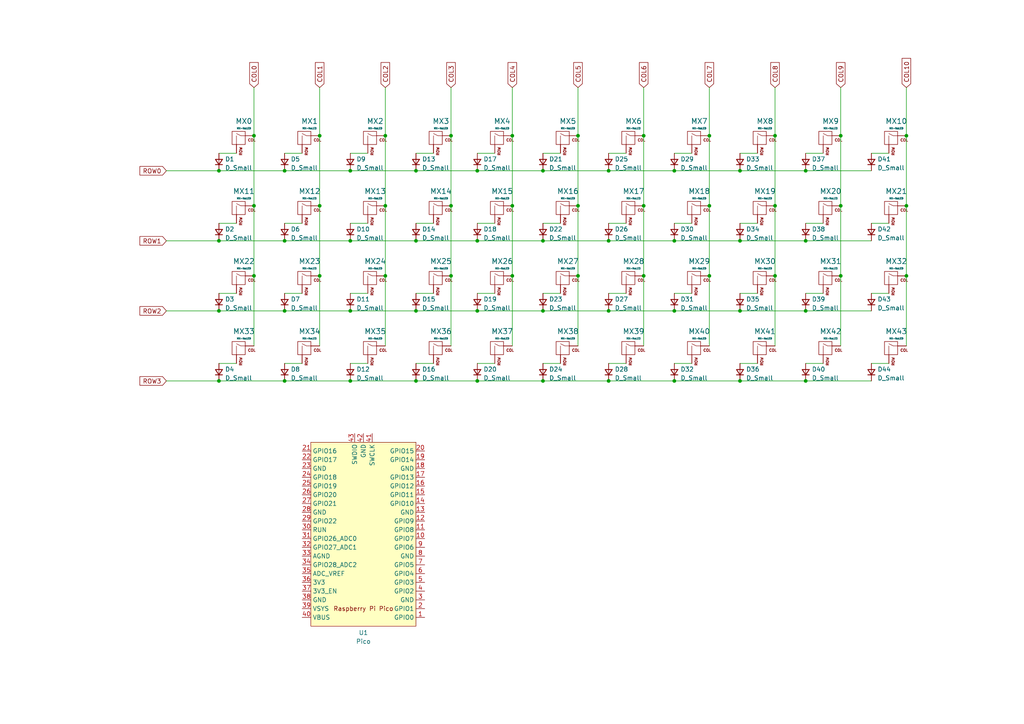
<source format=kicad_sch>
(kicad_sch (version 20211123) (generator eeschema)
  (paper "A4")
  (lib_symbols
    (symbol "Device:D_Small" (pin_numbers hide) (pin_names (offset 0.254) hide)
      (property "Reference" "D" (at -1.27 2.032 0))
      (property "Value" "D_Small" (at -3.81 -2.032 0))
      (symbol "D_Small_0_1"
        (polyline (pts (xy -0.762 -1.016) (xy -0.762 1.016)) (stroke (width 0.254)))
        (polyline (pts (xy -0.762 0) (xy 0.762 0)))
        (polyline (pts (xy 0.762 -1.016) (xy -0.762 0) (xy 0.762 1.016) (xy 0.762 -1.016)) (stroke (width 0.254)))
      )
      (symbol "D_Small_1_1"
        (pin passive line (at -2.54 0 0) (length 1.778) (name "K") (number "1"))
        (pin passive line (at 2.54 0 180) (length 1.778) (name "A") (number "2"))
      )
    )
    (symbol "MCU_RaspberryPi_and_Boards:Pico"
      (property "Reference" "U" (at -13.97 27.94 0))
      (property "Value" "Pico" (at 0 19.05 0))
      (symbol "Pico_0_0"
        (text "Raspberry Pi Pico" (at 0 21.59 0) (effects (font (size 1.27 1.27))))
      )
      (symbol "Pico_0_1"
        (rectangle (start -15.24 26.67) (end 15.24 -26.67) (fill (type background)))
      )
      (symbol "Pico_1_1"
        (pin bidirectional line (at -17.78 24.13 0) (length 2.54) (name "GPIO0") (number "1"))
        (pin bidirectional line (at -17.78 1.27 0) (length 2.54) (name "GPIO7") (number "10"))
        (pin bidirectional line (at -17.78 -1.27 0) (length 2.54) (name "GPIO8") (number "11"))
        (pin bidirectional line (at -17.78 -3.81 0) (length 2.54) (name "GPIO9") (number "12"))
        (pin power_in line (at -17.78 -6.35 0) (length 2.54) (name "GND") (number "13"))
        (pin bidirectional line (at -17.78 -8.89 0) (length 2.54) (name "GPIO10") (number "14"))
        (pin bidirectional line (at -17.78 -11.43 0) (length 2.54) (name "GPIO11") (number "15"))
        (pin bidirectional line (at -17.78 -13.97 0) (length 2.54) (name "GPIO12") (number "16"))
        (pin bidirectional line (at -17.78 -16.51 0) (length 2.54) (name "GPIO13") (number "17"))
        (pin power_in line (at -17.78 -19.05 0) (length 2.54) (name "GND") (number "18"))
        (pin bidirectional line (at -17.78 -21.59 0) (length 2.54) (name "GPIO14") (number "19"))
        (pin bidirectional line (at -17.78 21.59 0) (length 2.54) (name "GPIO1") (number "2"))
        (pin bidirectional line (at -17.78 -24.13 0) (length 2.54) (name "GPIO15") (number "20"))
        (pin bidirectional line (at 17.78 -24.13 180) (length 2.54) (name "GPIO16") (number "21"))
        (pin bidirectional line (at 17.78 -21.59 180) (length 2.54) (name "GPIO17") (number "22"))
        (pin power_in line (at 17.78 -19.05 180) (length 2.54) (name "GND") (number "23"))
        (pin bidirectional line (at 17.78 -16.51 180) (length 2.54) (name "GPIO18") (number "24"))
        (pin bidirectional line (at 17.78 -13.97 180) (length 2.54) (name "GPIO19") (number "25"))
        (pin bidirectional line (at 17.78 -11.43 180) (length 2.54) (name "GPIO20") (number "26"))
        (pin bidirectional line (at 17.78 -8.89 180) (length 2.54) (name "GPIO21") (number "27"))
        (pin power_in line (at 17.78 -6.35 180) (length 2.54) (name "GND") (number "28"))
        (pin bidirectional line (at 17.78 -3.81 180) (length 2.54) (name "GPIO22") (number "29"))
        (pin power_in line (at -17.78 19.05 0) (length 2.54) (name "GND") (number "3"))
        (pin input line (at 17.78 -1.27 180) (length 2.54) (name "RUN") (number "30"))
        (pin bidirectional line (at 17.78 1.27 180) (length 2.54) (name "GPIO26_ADC0") (number "31"))
        (pin bidirectional line (at 17.78 3.81 180) (length 2.54) (name "GPIO27_ADC1") (number "32"))
        (pin power_in line (at 17.78 6.35 180) (length 2.54) (name "AGND") (number "33"))
        (pin bidirectional line (at 17.78 8.89 180) (length 2.54) (name "GPIO28_ADC2") (number "34"))
        (pin power_in line (at 17.78 11.43 180) (length 2.54) (name "ADC_VREF") (number "35"))
        (pin power_in line (at 17.78 13.97 180) (length 2.54) (name "3V3") (number "36"))
        (pin input line (at 17.78 16.51 180) (length 2.54) (name "3V3_EN") (number "37"))
        (pin bidirectional line (at 17.78 19.05 180) (length 2.54) (name "GND") (number "38"))
        (pin power_in line (at 17.78 21.59 180) (length 2.54) (name "VSYS") (number "39"))
        (pin bidirectional line (at -17.78 16.51 0) (length 2.54) (name "GPIO2") (number "4"))
        (pin power_in line (at 17.78 24.13 180) (length 2.54) (name "VBUS") (number "40"))
        (pin input line (at -2.54 -29.21 90) (length 2.54) (name "SWCLK") (number "41"))
        (pin power_in line (at 0 -29.21 90) (length 2.54) (name "GND") (number "42"))
        (pin bidirectional line (at 2.54 -29.21 90) (length 2.54) (name "SWDIO") (number "43"))
        (pin bidirectional line (at -17.78 13.97 0) (length 2.54) (name "GPIO3") (number "5"))
        (pin bidirectional line (at -17.78 11.43 0) (length 2.54) (name "GPIO4") (number "6"))
        (pin bidirectional line (at -17.78 8.89 0) (length 2.54) (name "GPIO5") (number "7"))
        (pin power_in line (at -17.78 6.35 0) (length 2.54) (name "GND") (number "8"))
        (pin bidirectional line (at -17.78 3.81 0) (length 2.54) (name "GPIO6") (number "9"))
      )
    )
    (symbol "MX_Alps_Hybrid:MX-NoLED" (pin_names (offset 1.016))
      (property "Reference" "MX" (at -0.635 3.81 0))
      (property "Value" "MX-NoLED" (at -0.635 1.27 0))
      (symbol "MX-NoLED_0_0"
        (rectangle (start -2.54 2.54) (end 1.27 -1.27))
        (polyline (pts (xy -1.27 -1.27) (xy -1.27 1.27)) (stroke (width 0.127)))
        (polyline (pts (xy 1.27 1.27) (xy 0 1.27) (xy -1.27 1.905)) (stroke (width 0.127)))
        (text "COL" (at 3.175 0 0) (effects (font (size 0.762 0.762))))
        (text "ROW" (at 0 -1.905 900) (effects (font (size 0.762 0.762)) (justify right)))
      )
      (symbol "MX-NoLED_1_1"
        (pin passive line (at 3.81 1.27 180) (length 2.54) (name "COL") (number "1"))
        (pin passive line (at -1.27 -3.81 90) (length 2.54) (name "ROW") (number "2"))
      )
    )
  )
  (junction (at 224.79 80.01))
  (junction (at 63.5 90.17))
  (junction (at 224.79 59.69))
  (junction (at 243.84 59.69))
  (junction (at 195.58 110.49))
  (junction (at 205.74 80.01))
  (junction (at 148.59 59.69))
  (junction (at 63.5 69.85))
  (junction (at 167.64 59.69))
  (junction (at 92.71 39.37))
  (junction (at 130.81 80.01))
  (junction (at 157.48 49.53))
  (junction (at 233.68 49.53))
  (junction (at 138.43 49.53))
  (junction (at 157.48 110.49))
  (junction (at 120.65 110.49))
  (junction (at 176.53 49.53))
  (junction (at 186.69 59.69))
  (junction (at 63.5 110.49))
  (junction (at 63.5 49.53))
  (junction (at 73.66 39.37))
  (junction (at 243.84 80.01))
  (junction (at 195.58 49.53))
  (junction (at 138.43 110.49))
  (junction (at 82.55 90.17))
  (junction (at 111.76 39.37))
  (junction (at 167.64 80.01))
  (junction (at 111.76 80.01))
  (junction (at 101.6 69.85))
  (junction (at 138.43 69.85))
  (junction (at 120.65 90.17))
  (junction (at 101.6 49.53))
  (junction (at 186.69 39.37))
  (junction (at 130.81 39.37))
  (junction (at 262.89 59.69))
  (junction (at 233.68 90.17))
  (junction (at 214.63 49.53))
  (junction (at 233.68 110.49))
  (junction (at 224.79 39.37))
  (junction (at 176.53 110.49))
  (junction (at 214.63 90.17))
  (junction (at 176.53 69.85))
  (junction (at 82.55 110.49))
  (junction (at 195.58 69.85))
  (junction (at 111.76 59.69))
  (junction (at 73.66 80.01))
  (junction (at 138.43 90.17))
  (junction (at 233.68 69.85))
  (junction (at 120.65 69.85))
  (junction (at 157.48 69.85))
  (junction (at 130.81 59.69))
  (junction (at 148.59 39.37))
  (junction (at 82.55 49.53))
  (junction (at 205.74 59.69))
  (junction (at 92.71 59.69))
  (junction (at 186.69 80.01))
  (junction (at 120.65 49.53))
  (junction (at 101.6 110.49))
  (junction (at 167.64 39.37))
  (junction (at 243.84 39.37))
  (junction (at 82.55 69.85))
  (junction (at 148.59 80.01))
  (junction (at 205.74 39.37))
  (junction (at 92.71 80.01))
  (junction (at 214.63 69.85))
  (junction (at 195.58 90.17))
  (junction (at 262.89 80.01))
  (junction (at 214.63 110.49))
  (junction (at 157.48 90.17))
  (junction (at 101.6 90.17))
  (junction (at 262.89 39.37))
  (junction (at 73.66 59.69))
  (junction (at 176.53 90.17))
  (wire (pts (xy 82.55 85.09) (xy 87.63 85.09)))
  (wire (pts (xy 157.48 105.41) (xy 162.56 105.41)))
  (wire (pts (xy 214.63 64.77) (xy 219.71 64.77)))
  (wire (pts (xy 120.65 110.49) (xy 138.43 110.49)))
  (wire (pts (xy 195.58 64.77) (xy 200.66 64.77)))
  (wire (pts (xy 205.74 80.01) (xy 205.74 59.69)))
  (wire (pts (xy 167.64 25.4) (xy 167.64 39.37)))
  (wire (pts (xy 224.79 39.37) (xy 224.79 59.69)))
  (wire (pts (xy 195.58 85.09) (xy 200.66 85.09)))
  (wire (pts (xy 186.69 39.37) (xy 186.69 59.69)))
  (wire (pts (xy 233.68 105.41) (xy 238.76 105.41)))
  (wire (pts (xy 120.65 44.45) (xy 125.73 44.45)))
  (wire (pts (xy 63.5 49.53) (xy 82.55 49.53)))
  (wire (pts (xy 224.79 25.4) (xy 224.79 39.37)))
  (wire (pts (xy 157.48 69.85) (xy 176.53 69.85)))
  (wire (pts (xy 186.69 80.01) (xy 186.69 100.33)))
  (wire (pts (xy 63.5 110.49) (xy 82.55 110.49)))
  (wire (pts (xy 195.58 90.17) (xy 214.63 90.17)))
  (wire (pts (xy 176.53 64.77) (xy 181.61 64.77)))
  (wire (pts (xy 138.43 49.53) (xy 157.48 49.53)))
  (wire (pts (xy 120.65 49.53) (xy 138.43 49.53)))
  (wire (pts (xy 176.53 85.09) (xy 181.61 85.09)))
  (wire (pts (xy 195.58 44.45) (xy 200.66 44.45)))
  (wire (pts (xy 157.48 64.77) (xy 162.56 64.77)))
  (wire (pts (xy 214.63 105.41) (xy 219.71 105.41)))
  (wire (pts (xy 233.68 64.77) (xy 238.76 64.77)))
  (wire (pts (xy 101.6 44.45) (xy 106.68 44.45)))
  (wire (pts (xy 82.55 49.53) (xy 101.6 49.53)))
  (wire (pts (xy 243.84 80.01) (xy 243.84 100.33)))
  (wire (pts (xy 262.89 25.4) (xy 262.89 39.37)))
  (wire (pts (xy 252.73 44.45) (xy 257.81 44.45)))
  (wire (pts (xy 148.59 80.01) (xy 148.59 100.33)))
  (wire (pts (xy 111.76 59.69) (xy 111.76 80.01)))
  (wire (pts (xy 82.55 64.77) (xy 87.63 64.77)))
  (wire (pts (xy 138.43 90.17) (xy 157.48 90.17)))
  (wire (pts (xy 101.6 69.85) (xy 120.65 69.85)))
  (wire (pts (xy 138.43 64.77) (xy 143.51 64.77)))
  (wire (pts (xy 111.76 25.4) (xy 111.76 39.37)))
  (wire (pts (xy 176.53 90.17) (xy 195.58 90.17)))
  (wire (pts (xy 186.69 59.69) (xy 186.69 80.01)))
  (wire (pts (xy 48.26 110.49) (xy 63.5 110.49)))
  (wire (pts (xy 176.53 44.45) (xy 181.61 44.45)))
  (wire (pts (xy 73.66 59.69) (xy 73.66 80.01)))
  (wire (pts (xy 262.89 59.69) (xy 262.89 80.01)))
  (wire (pts (xy 63.5 64.77) (xy 68.58 64.77)))
  (wire (pts (xy 148.59 39.37) (xy 148.59 59.69)))
  (wire (pts (xy 243.84 25.4) (xy 243.84 39.37)))
  (wire (pts (xy 224.79 80.01) (xy 224.79 100.33)))
  (wire (pts (xy 157.48 44.45) (xy 162.56 44.45)))
  (wire (pts (xy 82.55 110.49) (xy 101.6 110.49)))
  (wire (pts (xy 214.63 90.17) (xy 233.68 90.17)))
  (wire (pts (xy 252.73 85.09) (xy 257.81 85.09)))
  (wire (pts (xy 130.81 39.37) (xy 130.81 59.69)))
  (wire (pts (xy 205.74 59.69) (xy 205.74 39.37)))
  (wire (pts (xy 63.5 85.09) (xy 68.58 85.09)))
  (wire (pts (xy 130.81 80.01) (xy 130.81 100.33)))
  (wire (pts (xy 120.65 64.77) (xy 125.73 64.77)))
  (wire (pts (xy 176.53 69.85) (xy 195.58 69.85)))
  (wire (pts (xy 262.89 80.01) (xy 262.89 100.33)))
  (wire (pts (xy 130.81 25.4) (xy 130.81 39.37)))
  (wire (pts (xy 176.53 110.49) (xy 195.58 110.49)))
  (wire (pts (xy 233.68 90.17) (xy 252.73 90.17)))
  (wire (pts (xy 92.71 80.01) (xy 92.71 100.33)))
  (wire (pts (xy 243.84 59.69) (xy 243.84 80.01)))
  (wire (pts (xy 157.48 90.17) (xy 176.53 90.17)))
  (wire (pts (xy 233.68 49.53) (xy 252.73 49.53)))
  (wire (pts (xy 48.26 69.85) (xy 63.5 69.85)))
  (wire (pts (xy 205.74 100.33) (xy 205.74 80.01)))
  (wire (pts (xy 252.73 64.77) (xy 257.81 64.77)))
  (wire (pts (xy 252.73 105.41) (xy 257.81 105.41)))
  (wire (pts (xy 120.65 90.17) (xy 138.43 90.17)))
  (wire (pts (xy 130.81 59.69) (xy 130.81 80.01)))
  (wire (pts (xy 73.66 80.01) (xy 73.66 100.33)))
  (wire (pts (xy 101.6 90.17) (xy 120.65 90.17)))
  (wire (pts (xy 82.55 69.85) (xy 101.6 69.85)))
  (wire (pts (xy 233.68 69.85) (xy 252.73 69.85)))
  (wire (pts (xy 205.74 39.37) (xy 205.74 25.4)))
  (wire (pts (xy 92.71 39.37) (xy 92.71 59.69)))
  (wire (pts (xy 48.26 49.53) (xy 63.5 49.53)))
  (wire (pts (xy 92.71 25.4) (xy 92.71 39.37)))
  (wire (pts (xy 157.48 49.53) (xy 176.53 49.53)))
  (wire (pts (xy 243.84 39.37) (xy 243.84 59.69)))
  (wire (pts (xy 73.66 25.4) (xy 73.66 39.37)))
  (wire (pts (xy 214.63 110.49) (xy 233.68 110.49)))
  (wire (pts (xy 120.65 69.85) (xy 138.43 69.85)))
  (wire (pts (xy 148.59 59.69) (xy 148.59 80.01)))
  (wire (pts (xy 63.5 105.41) (xy 68.58 105.41)))
  (wire (pts (xy 262.89 39.37) (xy 262.89 59.69)))
  (wire (pts (xy 111.76 39.37) (xy 111.76 59.69)))
  (wire (pts (xy 92.71 59.69) (xy 92.71 80.01)))
  (wire (pts (xy 120.65 85.09) (xy 125.73 85.09)))
  (wire (pts (xy 138.43 105.41) (xy 143.51 105.41)))
  (wire (pts (xy 214.63 44.45) (xy 219.71 44.45)))
  (wire (pts (xy 101.6 64.77) (xy 106.68 64.77)))
  (wire (pts (xy 138.43 85.09) (xy 143.51 85.09)))
  (wire (pts (xy 48.26 90.17) (xy 63.5 90.17)))
  (wire (pts (xy 157.48 85.09) (xy 162.56 85.09)))
  (wire (pts (xy 101.6 49.53) (xy 120.65 49.53)))
  (wire (pts (xy 120.65 105.41) (xy 125.73 105.41)))
  (wire (pts (xy 195.58 110.49) (xy 214.63 110.49)))
  (wire (pts (xy 176.53 105.41) (xy 181.61 105.41)))
  (wire (pts (xy 138.43 44.45) (xy 143.51 44.45)))
  (wire (pts (xy 157.48 110.49) (xy 176.53 110.49)))
  (wire (pts (xy 224.79 59.69) (xy 224.79 80.01)))
  (wire (pts (xy 233.68 44.45) (xy 238.76 44.45)))
  (wire (pts (xy 233.68 110.49) (xy 252.73 110.49)))
  (wire (pts (xy 176.53 49.53) (xy 195.58 49.53)))
  (wire (pts (xy 82.55 90.17) (xy 101.6 90.17)))
  (wire (pts (xy 195.58 105.41) (xy 200.66 105.41)))
  (wire (pts (xy 138.43 69.85) (xy 157.48 69.85)))
  (wire (pts (xy 167.64 80.01) (xy 167.64 100.33)))
  (wire (pts (xy 101.6 105.41) (xy 106.68 105.41)))
  (wire (pts (xy 73.66 39.37) (xy 73.66 59.69)))
  (wire (pts (xy 186.69 25.4) (xy 186.69 39.37)))
  (wire (pts (xy 167.64 59.69) (xy 167.64 80.01)))
  (wire (pts (xy 233.68 85.09) (xy 238.76 85.09)))
  (wire (pts (xy 101.6 85.09) (xy 106.68 85.09)))
  (wire (pts (xy 195.58 49.53) (xy 214.63 49.53)))
  (wire (pts (xy 214.63 49.53) (xy 233.68 49.53)))
  (wire (pts (xy 214.63 69.85) (xy 233.68 69.85)))
  (wire (pts (xy 63.5 69.85) (xy 82.55 69.85)))
  (wire (pts (xy 82.55 105.41) (xy 87.63 105.41)))
  (wire (pts (xy 195.58 69.85) (xy 214.63 69.85)))
  (wire (pts (xy 63.5 44.45) (xy 68.58 44.45)))
  (wire (pts (xy 214.63 85.09) (xy 219.71 85.09)))
  (wire (pts (xy 101.6 110.49) (xy 120.65 110.49)))
  (wire (pts (xy 148.59 25.4) (xy 148.59 39.37)))
  (wire (pts (xy 82.55 44.45) (xy 87.63 44.45)))
  (wire (pts (xy 63.5 90.17) (xy 82.55 90.17)))
  (wire (pts (xy 138.43 110.49) (xy 157.48 110.49)))
  (wire (pts (xy 167.64 39.37) (xy 167.64 59.69)))
  (wire (pts (xy 111.76 80.01) (xy 111.76 100.33)))
  (global_label "COL2" (shape input) (at 111.76 25.4 90) (property "Intersheet References" "${INTERSHEET_REFS}" (effects hide)))
  (global_label "COL7" (shape input) (at 205.74 25.4 90) (property "Intersheet References" "${INTERSHEET_REFS}" (effects hide)))
  (global_label "COL1" (shape input) (at 92.71 25.4 90) (property "Intersheet References" "${INTERSHEET_REFS}" (effects hide)))
  (global_label "COL9" (shape input) (at 243.84 25.4 90) (property "Intersheet References" "${INTERSHEET_REFS}" (effects hide)))
  (global_label "COL3" (shape input) (at 130.81 25.4 90) (property "Intersheet References" "${INTERSHEET_REFS}" (effects hide)))
  (global_label "ROW0" (shape input) (at 48.26 49.53 180) (property "Intersheet References" "${INTERSHEET_REFS}" (effects hide)))
  (global_label "COL10" (shape input) (at 262.89 25.4 90) (property "Intersheet References" "${INTERSHEET_REFS}" (effects hide)))
  (global_label "COL4" (shape input) (at 148.59 25.4 90) (property "Intersheet References" "${INTERSHEET_REFS}" (effects hide)))
  (global_label "COL5" (shape input) (at 167.64 25.4 90) (property "Intersheet References" "${INTERSHEET_REFS}" (effects hide)))
  (global_label "COL0" (shape input) (at 73.66 25.4 90) (property "Intersheet References" "${INTERSHEET_REFS}" (effects hide)))
  (global_label "ROW3" (shape input) (at 48.26 110.49 180) (property "Intersheet References" "${INTERSHEET_REFS}" (effects hide)))
  (global_label "COL8" (shape input) (at 224.79 25.4 90) (property "Intersheet References" "${INTERSHEET_REFS}" (effects hide)))
  (global_label "ROW2" (shape input) (at 48.26 90.17 180) (property "Intersheet References" "${INTERSHEET_REFS}" (effects hide)))
  (global_label "ROW1" (shape input) (at 48.26 69.85 180) (property "Intersheet References" "${INTERSHEET_REFS}" (effects hide)))
  (global_label "COL6" (shape input) (at 186.69 25.4 90) (property "Intersheet References" "${INTERSHEET_REFS}" (effects hide)))
  (symbol (lib_id "Device:D_Small") (at 101.6 46.99 90) (unit 1)
    (property "Reference" "D9" (at 103.378 46.1553 90) (effects (justify right)))
    (property "Value" "D_Small" (at 103.378 48.6922 90) (effects (justify right)))
  )
  (symbol (lib_id "Device:D_Small") (at 157.48 46.99 90) (unit 1)
    (property "Reference" "D21" (at 159.258 46.1553 90) (effects (justify right)))
    (property "Value" "D_Small" (at 159.258 48.6922 90) (effects (justify right)))
  )
  (symbol (lib_id "MX_Alps_Hybrid:MX-NoLED") (at 201.93 101.6 0) (unit 1)
    (property "Reference" "MX40" (at 202.8156 96.1083 0) (effects (font (size 1.524 1.524))))
    (property "Value" "MX-NoLED" (at 202.8156 98.1885 0) (effects (font (size 0.508 0.508))))
  )
  (symbol (lib_id "Device:D_Small") (at 195.58 46.99 90) (unit 1)
    (property "Reference" "D29" (at 197.358 46.1553 90) (effects (justify right)))
    (property "Value" "D_Small" (at 197.358 48.6922 90) (effects (justify right)))
  )
  (symbol (lib_id "Device:D_Small") (at 101.6 87.63 90) (unit 1)
    (property "Reference" "D11" (at 103.378 86.7953 90) (effects (justify right)))
    (property "Value" "D_Small" (at 103.378 89.3322 90) (effects (justify right)))
  )
  (symbol (lib_id "MX_Alps_Hybrid:MX-NoLED") (at 107.95 81.28 0) (unit 1)
    (property "Reference" "MX24" (at 108.8356 75.7883 0) (effects (font (size 1.524 1.524))))
    (property "Value" "MX-NoLED" (at 108.8356 77.8685 0) (effects (font (size 0.508 0.508))))
  )
  (symbol (lib_id "Device:D_Small") (at 120.65 87.63 90) (unit 1)
    (property "Reference" "D15" (at 122.428 86.7953 90) (effects (justify right)))
    (property "Value" "D_Small" (at 122.428 89.3322 90) (effects (justify right)))
  )
  (symbol (lib_id "Device:D_Small") (at 214.63 67.31 90) (unit 1)
    (property "Reference" "D34" (at 216.408 66.4753 90) (effects (justify right)))
    (property "Value" "D_Small" (at 216.408 69.0122 90) (effects (justify right)))
  )
  (symbol (lib_id "MX_Alps_Hybrid:MX-NoLED") (at 259.08 40.64 0) (unit 1)
    (property "Reference" "MX10" (at 259.9656 35.1483 0) (effects (font (size 1.524 1.524))))
    (property "Value" "MX-NoLED" (at 259.9656 37.2285 0) (effects (font (size 0.508 0.508))))
  )
  (symbol (lib_id "MX_Alps_Hybrid:MX-NoLED") (at 127 60.96 0) (unit 1)
    (property "Reference" "MX14" (at 127.8856 55.4683 0) (effects (font (size 1.524 1.524))))
    (property "Value" "MX-NoLED" (at 127.8856 57.5485 0) (effects (font (size 0.508 0.508))))
  )
  (symbol (lib_id "Device:D_Small") (at 176.53 67.31 90) (unit 1)
    (property "Reference" "D26" (at 178.308 66.4753 90) (effects (justify right)))
    (property "Value" "D_Small" (at 178.308 69.0122 90) (effects (justify right)))
  )
  (symbol (lib_id "MX_Alps_Hybrid:MX-NoLED") (at 220.98 101.6 0) (unit 1)
    (property "Reference" "MX41" (at 221.8656 96.1083 0) (effects (font (size 1.524 1.524))))
    (property "Value" "MX-NoLED" (at 221.8656 98.1885 0) (effects (font (size 0.508 0.508))))
  )
  (symbol (lib_id "Device:D_Small") (at 63.5 67.31 90) (unit 1)
    (property "Reference" "D2" (at 65.278 66.4753 90) (effects (justify right)))
    (property "Value" "D_Small" (at 65.278 69.0122 90) (effects (justify right)))
  )
  (symbol (lib_id "Device:D_Small") (at 82.55 107.95 90) (unit 1)
    (property "Reference" "D8" (at 84.328 107.1153 90) (effects (justify right)))
    (property "Value" "D_Small" (at 84.328 109.6522 90) (effects (justify right)))
  )
  (symbol (lib_id "MX_Alps_Hybrid:MX-NoLED") (at 259.08 101.6 0) (unit 1)
    (property "Reference" "MX43" (at 259.9656 96.1083 0) (effects (font (size 1.524 1.524))))
    (property "Value" "MX-NoLED" (at 259.9656 98.1885 0) (effects (font (size 0.508 0.508))))
  )
  (symbol (lib_id "MX_Alps_Hybrid:MX-NoLED") (at 107.95 101.6 0) (unit 1)
    (property "Reference" "MX35" (at 108.8356 96.1083 0) (effects (font (size 1.524 1.524))))
    (property "Value" "MX-NoLED" (at 108.8356 98.1885 0) (effects (font (size 0.508 0.508))))
  )
  (symbol (lib_id "Device:D_Small") (at 195.58 67.31 90) (unit 1)
    (property "Reference" "D30" (at 197.358 66.4753 90) (effects (justify right)))
    (property "Value" "D_Small" (at 197.358 69.0122 90) (effects (justify right)))
  )
  (symbol (lib_id "MX_Alps_Hybrid:MX-NoLED") (at 107.95 40.64 0) (unit 1)
    (property "Reference" "MX2" (at 108.8356 35.1483 0) (effects (font (size 1.524 1.524))))
    (property "Value" "MX-NoLED" (at 108.8356 37.2285 0) (effects (font (size 0.508 0.508))))
  )
  (symbol (lib_id "Device:D_Small") (at 82.55 67.31 90) (unit 1)
    (property "Reference" "D6" (at 84.328 66.4753 90) (effects (justify right)))
    (property "Value" "D_Small" (at 84.328 69.0122 90) (effects (justify right)))
  )
  (symbol (lib_id "Device:D_Small") (at 82.55 87.63 90) (unit 1)
    (property "Reference" "D7" (at 84.328 86.7953 90) (effects (justify right)))
    (property "Value" "D_Small" (at 84.328 89.3322 90) (effects (justify right)))
  )
  (symbol (lib_id "MX_Alps_Hybrid:MX-NoLED") (at 220.98 60.96 0) (unit 1)
    (property "Reference" "MX19" (at 221.8656 55.4683 0) (effects (font (size 1.524 1.524))))
    (property "Value" "MX-NoLED" (at 221.8656 57.5485 0) (effects (font (size 0.508 0.508))))
  )
  (symbol (lib_id "MX_Alps_Hybrid:MX-NoLED") (at 201.93 40.64 0) (unit 1)
    (property "Reference" "MX7" (at 202.8156 35.1483 0) (effects (font (size 1.524 1.524))))
    (property "Value" "MX-NoLED" (at 202.8156 37.2285 0) (effects (font (size 0.508 0.508))))
  )
  (symbol (lib_id "MX_Alps_Hybrid:MX-NoLED") (at 88.9 60.96 0) (unit 1)
    (property "Reference" "MX12" (at 89.7856 55.4683 0) (effects (font (size 1.524 1.524))))
    (property "Value" "MX-NoLED" (at 89.7856 57.5485 0) (effects (font (size 0.508 0.508))))
  )
  (symbol (lib_id "Device:D_Small") (at 138.43 87.63 90) (unit 1)
    (property "Reference" "D19" (at 140.208 86.7953 90) (effects (justify right)))
    (property "Value" "D_Small" (at 140.208 89.3322 90) (effects (justify right)))
  )
  (symbol (lib_id "Device:D_Small") (at 101.6 67.31 90) (unit 1)
    (property "Reference" "D10" (at 103.378 66.4753 90) (effects (justify right)))
    (property "Value" "D_Small" (at 103.378 69.0122 90) (effects (justify right)))
  )
  (symbol (lib_id "Device:D_Small") (at 233.68 46.99 90) (unit 1)
    (property "Reference" "D37" (at 235.458 46.1553 90) (effects (justify right)))
    (property "Value" "D_Small" (at 235.458 48.6922 90) (effects (justify right)))
  )
  (symbol (lib_id "MX_Alps_Hybrid:MX-NoLED") (at 182.88 60.96 0) (unit 1)
    (property "Reference" "MX17" (at 183.7656 55.4683 0) (effects (font (size 1.524 1.524))))
    (property "Value" "MX-NoLED" (at 183.7656 57.5485 0) (effects (font (size 0.508 0.508))))
  )
  (symbol (lib_id "MX_Alps_Hybrid:MX-NoLED") (at 201.93 81.28 0) (unit 1)
    (property "Reference" "MX29" (at 202.8156 75.7883 0) (effects (font (size 1.524 1.524))))
    (property "Value" "MX-NoLED" (at 202.8156 77.8685 0) (effects (font (size 0.508 0.508))))
  )
  (symbol (lib_id "Device:D_Small") (at 120.65 67.31 90) (unit 1)
    (property "Reference" "D14" (at 122.428 66.4753 90) (effects (justify right)))
    (property "Value" "D_Small" (at 122.428 69.0122 90) (effects (justify right)))
  )
  (symbol (lib_id "Device:D_Small") (at 138.43 67.31 90) (unit 1)
    (property "Reference" "D18" (at 140.208 66.4753 90) (effects (justify right)))
    (property "Value" "D_Small" (at 140.208 69.0122 90) (effects (justify right)))
  )
  (symbol (lib_id "MX_Alps_Hybrid:MX-NoLED") (at 240.03 40.64 0) (unit 1)
    (property "Reference" "MX9" (at 240.9156 35.1483 0) (effects (font (size 1.524 1.524))))
    (property "Value" "MX-NoLED" (at 240.9156 37.2285 0) (effects (font (size 0.508 0.508))))
  )
  (symbol (lib_id "MX_Alps_Hybrid:MX-NoLED") (at 220.98 40.64 0) (unit 1)
    (property "Reference" "MX8" (at 221.8656 35.1483 0) (effects (font (size 1.524 1.524))))
    (property "Value" "MX-NoLED" (at 221.8656 37.2285 0) (effects (font (size 0.508 0.508))))
  )
  (symbol (lib_id "Device:D_Small") (at 176.53 107.95 90) (unit 1)
    (property "Reference" "D28" (at 178.308 107.1153 90) (effects (justify right)))
    (property "Value" "D_Small" (at 178.308 109.6522 90) (effects (justify right)))
  )
  (symbol (lib_id "Device:D_Small") (at 157.48 67.31 90) (unit 1)
    (property "Reference" "D22" (at 159.258 66.4753 90) (effects (justify right)))
    (property "Value" "D_Small" (at 159.258 69.0122 90) (effects (justify right)))
  )
  (symbol (lib_id "MX_Alps_Hybrid:MX-NoLED") (at 107.95 60.96 0) (unit 1)
    (property "Reference" "MX13" (at 108.8356 55.4683 0) (effects (font (size 1.524 1.524))))
    (property "Value" "MX-NoLED" (at 108.8356 57.5485 0) (effects (font (size 0.508 0.508))))
  )
  (symbol (lib_id "MX_Alps_Hybrid:MX-NoLED") (at 259.08 60.96 0) (unit 1)
    (property "Reference" "MX21" (at 259.9656 55.4683 0) (effects (font (size 1.524 1.524))))
    (property "Value" "MX-NoLED" (at 259.9656 57.5485 0) (effects (font (size 0.508 0.508))))
  )
  (symbol (lib_id "Device:D_Small") (at 157.48 87.63 90) (unit 1)
    (property "Reference" "D23" (at 159.258 86.7953 90) (effects (justify right)))
    (property "Value" "D_Small" (at 159.258 89.3322 90) (effects (justify right)))
  )
  (symbol (lib_id "Device:D_Small") (at 233.68 87.63 90) (unit 1)
    (property "Reference" "D39" (at 235.458 86.7953 90) (effects (justify right)))
    (property "Value" "D_Small" (at 235.458 89.3322 90) (effects (justify right)))
  )
  (symbol (lib_id "Device:D_Small") (at 252.73 107.95 90) (unit 1)
    (property "Reference" "D44" (at 254.508 107.1153 90) (effects (justify right)))
    (property "Value" "D_Small" (at 254.508 109.6522 90) (effects (justify right)))
  )
  (symbol (lib_id "Device:D_Small") (at 138.43 46.99 90) (unit 1)
    (property "Reference" "D17" (at 140.208 46.1553 90) (effects (justify right)))
    (property "Value" "D_Small" (at 140.208 48.6922 90) (effects (justify right)))
  )
  (symbol (lib_id "MX_Alps_Hybrid:MX-NoLED") (at 69.85 40.64 0) (unit 1)
    (property "Reference" "MX0" (at 70.7356 35.1483 0) (effects (font (size 1.524 1.524))))
    (property "Value" "MX-NoLED" (at 70.7356 37.2285 0) (effects (font (size 0.508 0.508))))
  )
  (symbol (lib_id "Device:D_Small") (at 101.6 107.95 90) (unit 1)
    (property "Reference" "D12" (at 103.378 107.1153 90) (effects (justify right)))
    (property "Value" "D_Small" (at 103.378 109.6522 90) (effects (justify right)))
  )
  (symbol (lib_id "Device:D_Small") (at 195.58 107.95 90) (unit 1)
    (property "Reference" "D32" (at 197.358 107.1153 90) (effects (justify right)))
    (property "Value" "D_Small" (at 197.358 109.6522 90) (effects (justify right)))
  )
  (symbol (lib_id "MX_Alps_Hybrid:MX-NoLED") (at 182.88 81.28 0) (unit 1)
    (property "Reference" "MX28" (at 183.7656 75.7883 0) (effects (font (size 1.524 1.524))))
    (property "Value" "MX-NoLED" (at 183.7656 77.8685 0) (effects (font (size 0.508 0.508))))
  )
  (symbol (lib_id "Device:D_Small") (at 252.73 87.63 90) (unit 1)
    (property "Reference" "D43" (at 254.508 86.7953 90) (effects (justify right)))
    (property "Value" "D_Small" (at 254.508 89.3322 90) (effects (justify right)))
  )
  (symbol (lib_id "MX_Alps_Hybrid:MX-NoLED") (at 163.83 40.64 0) (unit 1)
    (property "Reference" "MX5" (at 164.7156 35.1483 0) (effects (font (size 1.524 1.524))))
    (property "Value" "MX-NoLED" (at 164.7156 37.2285 0) (effects (font (size 0.508 0.508))))
  )
  (symbol (lib_id "MX_Alps_Hybrid:MX-NoLED") (at 220.98 81.28 0) (unit 1)
    (property "Reference" "MX30" (at 221.8656 75.7883 0) (effects (font (size 1.524 1.524))))
    (property "Value" "MX-NoLED" (at 221.8656 77.8685 0) (effects (font (size 0.508 0.508))))
  )
  (symbol (lib_id "Device:D_Small") (at 176.53 87.63 90) (unit 1)
    (property "Reference" "D27" (at 178.308 86.7953 90) (effects (justify right)))
    (property "Value" "D_Small" (at 178.308 89.3322 90) (effects (justify right)))
  )
  (symbol (lib_id "MX_Alps_Hybrid:MX-NoLED") (at 127 81.28 0) (unit 1)
    (property "Reference" "MX25" (at 127.8856 75.7883 0) (effects (font (size 1.524 1.524))))
    (property "Value" "MX-NoLED" (at 127.8856 77.8685 0) (effects (font (size 0.508 0.508))))
  )
  (symbol (lib_id "MX_Alps_Hybrid:MX-NoLED") (at 163.83 101.6 0) (unit 1)
    (property "Reference" "MX38" (at 164.7156 96.1083 0) (effects (font (size 1.524 1.524))))
    (property "Value" "MX-NoLED" (at 164.7156 98.1885 0) (effects (font (size 0.508 0.508))))
  )
  (symbol (lib_id "MX_Alps_Hybrid:MX-NoLED") (at 144.78 81.28 0) (unit 1)
    (property "Reference" "MX26" (at 145.6656 75.7883 0) (effects (font (size 1.524 1.524))))
    (property "Value" "MX-NoLED" (at 145.6656 77.8685 0) (effects (font (size 0.508 0.508))))
  )
  (symbol (lib_id "Device:D_Small") (at 157.48 107.95 90) (unit 1)
    (property "Reference" "D24" (at 159.258 107.1153 90) (effects (justify right)))
    (property "Value" "D_Small" (at 159.258 109.6522 90) (effects (justify right)))
  )
  (symbol (lib_id "MX_Alps_Hybrid:MX-NoLED") (at 144.78 40.64 0) (unit 1)
    (property "Reference" "MX4" (at 145.6656 35.1483 0) (effects (font (size 1.524 1.524))))
    (property "Value" "MX-NoLED" (at 145.6656 37.2285 0) (effects (font (size 0.508 0.508))))
  )
  (symbol (lib_id "Device:D_Small") (at 214.63 87.63 90) (unit 1)
    (property "Reference" "D35" (at 216.408 86.7953 90) (effects (justify right)))
    (property "Value" "D_Small" (at 216.408 89.3322 90) (effects (justify right)))
  )
  (symbol (lib_id "MX_Alps_Hybrid:MX-NoLED") (at 163.83 60.96 0) (unit 1)
    (property "Reference" "MX16" (at 164.7156 55.4683 0) (effects (font (size 1.524 1.524))))
    (property "Value" "MX-NoLED" (at 164.7156 57.5485 0) (effects (font (size 0.508 0.508))))
  )
  (symbol (lib_id "Device:D_Small") (at 195.58 87.63 90) (unit 1)
    (property "Reference" "D31" (at 197.358 86.7953 90) (effects (justify right)))
    (property "Value" "D_Small" (at 197.358 89.3322 90) (effects (justify right)))
  )
  (symbol (lib_id "Device:D_Small") (at 82.55 46.99 90) (unit 1)
    (property "Reference" "D5" (at 84.328 46.1553 90) (effects (justify right)))
    (property "Value" "D_Small" (at 84.328 48.6922 90) (effects (justify right)))
  )
  (symbol (lib_id "MX_Alps_Hybrid:MX-NoLED") (at 69.85 101.6 0) (unit 1)
    (property "Reference" "MX33" (at 70.7356 96.1083 0) (effects (font (size 1.524 1.524))))
    (property "Value" "MX-NoLED" (at 70.7356 98.1885 0) (effects (font (size 0.508 0.508))))
  )
  (symbol (lib_id "Device:D_Small") (at 233.68 67.31 90) (unit 1)
    (property "Reference" "D38" (at 235.458 66.4753 90) (effects (justify right)))
    (property "Value" "D_Small" (at 235.458 69.0122 90) (effects (justify right)))
  )
  (symbol (lib_id "Device:D_Small") (at 214.63 46.99 90) (unit 1)
    (property "Reference" "D33" (at 216.408 46.1553 90) (effects (justify right)))
    (property "Value" "D_Small" (at 216.408 48.6922 90) (effects (justify right)))
  )
  (symbol (lib_id "MX_Alps_Hybrid:MX-NoLED") (at 88.9 101.6 0) (unit 1)
    (property "Reference" "MX34" (at 89.7856 96.1083 0) (effects (font (size 1.524 1.524))))
    (property "Value" "MX-NoLED" (at 89.7856 98.1885 0) (effects (font (size 0.508 0.508))))
  )
  (symbol (lib_id "MX_Alps_Hybrid:MX-NoLED") (at 163.83 81.28 0) (unit 1)
    (property "Reference" "MX27" (at 164.7156 75.7883 0) (effects (font (size 1.524 1.524))))
    (property "Value" "MX-NoLED" (at 164.7156 77.8685 0) (effects (font (size 0.508 0.508))))
  )
  (symbol (lib_id "Device:D_Small") (at 63.5 107.95 90) (unit 1)
    (property "Reference" "D4" (at 65.278 107.1153 90) (effects (justify right)))
    (property "Value" "D_Small" (at 65.278 109.6522 90) (effects (justify right)))
  )
  (symbol (lib_id "MCU_RaspberryPi_and_Boards:Pico") (at 105.41 154.94 180) (unit 1)
    (property "Reference" "U1" (at 105.41 183.5134 0))
    (property "Value" "Pico" (at 105.41 186.0503 0))
    (property "Footprint" "RPi_Pico:RPi_Pico_SMD_TH" (effects hide))
  )
  (symbol (lib_id "Device:D_Small") (at 252.73 67.31 90) (unit 1)
    (property "Reference" "D42" (at 254.508 66.4753 90) (effects (justify right)))
    (property "Value" "D_Small" (at 254.508 69.0122 90) (effects (justify right)))
  )
  (symbol (lib_id "MX_Alps_Hybrid:MX-NoLED") (at 88.9 40.64 0) (unit 1)
    (property "Reference" "MX1" (at 89.7856 35.1483 0) (effects (font (size 1.524 1.524))))
    (property "Value" "MX-NoLED" (at 89.7856 37.2285 0) (effects (font (size 0.508 0.508))))
  )
  (symbol (lib_id "Device:D_Small") (at 63.5 46.99 90) (unit 1)
    (property "Reference" "D1" (at 65.278 46.1553 90) (effects (justify right)))
    (property "Value" "D_Small" (at 65.278 48.6922 90) (effects (justify right)))
  )
  (symbol (lib_id "MX_Alps_Hybrid:MX-NoLED") (at 240.03 81.28 0) (unit 1)
    (property "Reference" "MX31" (at 240.9156 75.7883 0) (effects (font (size 1.524 1.524))))
    (property "Value" "MX-NoLED" (at 240.9156 77.8685 0) (effects (font (size 0.508 0.508))))
  )
  (symbol (lib_id "MX_Alps_Hybrid:MX-NoLED") (at 144.78 101.6 0) (unit 1)
    (property "Reference" "MX37" (at 145.6656 96.1083 0) (effects (font (size 1.524 1.524))))
    (property "Value" "MX-NoLED" (at 145.6656 98.1885 0) (effects (font (size 0.508 0.508))))
  )
  (symbol (lib_id "MX_Alps_Hybrid:MX-NoLED") (at 182.88 40.64 0) (unit 1)
    (property "Reference" "MX6" (at 183.7656 35.1483 0) (effects (font (size 1.524 1.524))))
    (property "Value" "MX-NoLED" (at 183.7656 37.2285 0) (effects (font (size 0.508 0.508))))
  )
  (symbol (lib_id "Device:D_Small") (at 63.5 87.63 90) (unit 1)
    (property "Reference" "D3" (at 65.278 86.7953 90) (effects (justify right)))
    (property "Value" "D_Small" (at 65.278 89.3322 90) (effects (justify right)))
  )
  (symbol (lib_id "Device:D_Small") (at 214.63 107.95 90) (unit 1)
    (property "Reference" "D36" (at 216.408 107.1153 90) (effects (justify right)))
    (property "Value" "D_Small" (at 216.408 109.6522 90) (effects (justify right)))
  )
  (symbol (lib_id "Device:D_Small") (at 120.65 46.99 90) (unit 1)
    (property "Reference" "D13" (at 122.428 46.1553 90) (effects (justify right)))
    (property "Value" "D_Small" (at 122.428 48.6922 90) (effects (justify right)))
  )
  (symbol (lib_id "Device:D_Small") (at 252.73 46.99 90) (unit 1)
    (property "Reference" "D41" (at 254.508 46.1553 90) (effects (justify right)))
    (property "Value" "D_Small" (at 254.508 48.6922 90) (effects (justify right)))
  )
  (symbol (lib_id "Device:D_Small") (at 176.53 46.99 90) (unit 1)
    (property "Reference" "D25" (at 178.308 46.1553 90) (effects (justify right)))
    (property "Value" "D_Small" (at 178.308 48.6922 90) (effects (justify right)))
  )
  (symbol (lib_id "Device:D_Small") (at 120.65 107.95 90) (unit 1)
    (property "Reference" "D16" (at 122.428 107.1153 90) (effects (justify right)))
    (property "Value" "D_Small" (at 122.428 109.6522 90) (effects (justify right)))
  )
  (symbol (lib_id "MX_Alps_Hybrid:MX-NoLED") (at 127 101.6 0) (unit 1)
    (property "Reference" "MX36" (at 127.8856 96.1083 0) (effects (font (size 1.524 1.524))))
    (property "Value" "MX-NoLED" (at 127.8856 98.1885 0) (effects (font (size 0.508 0.508))))
  )
  (symbol (lib_id "MX_Alps_Hybrid:MX-NoLED") (at 240.03 101.6 0) (unit 1)
    (property "Reference" "MX42" (at 240.9156 96.1083 0) (effects (font (size 1.524 1.524))))
    (property "Value" "MX-NoLED" (at 240.9156 98.1885 0) (effects (font (size 0.508 0.508))))
  )
  (symbol (lib_id "MX_Alps_Hybrid:MX-NoLED") (at 240.03 60.96 0) (unit 1)
    (property "Reference" "MX20" (at 240.9156 55.4683 0) (effects (font (size 1.524 1.524))))
    (property "Value" "MX-NoLED" (at 240.9156 57.5485 0) (effects (font (size 0.508 0.508))))
  )
  (symbol (lib_id "MX_Alps_Hybrid:MX-NoLED") (at 88.9 81.28 0) (unit 1)
    (property "Reference" "MX23" (at 89.7856 75.7883 0) (effects (font (size 1.524 1.524))))
    (property "Value" "MX-NoLED" (at 89.7856 77.8685 0) (effects (font (size 0.508 0.508))))
  )
  (symbol (lib_id "Device:D_Small") (at 138.43 107.95 90) (unit 1)
    (property "Reference" "D20" (at 140.208 107.1153 90) (effects (justify right)))
    (property "Value" "D_Small" (at 140.208 109.6522 90) (effects (justify right)))
  )
  (symbol (lib_id "MX_Alps_Hybrid:MX-NoLED") (at 182.88 101.6 0) (unit 1)
    (property "Reference" "MX39" (at 183.7656 96.1083 0) (effects (font (size 1.524 1.524))))
    (property "Value" "MX-NoLED" (at 183.7656 98.1885 0) (effects (font (size 0.508 0.508))))
  )
  (symbol (lib_id "Device:D_Small") (at 233.68 107.95 90) (unit 1)
    (property "Reference" "D40" (at 235.458 107.1153 90) (effects (justify right)))
    (property "Value" "D_Small" (at 235.458 109.6522 90) (effects (justify right)))
  )
  (symbol (lib_id "MX_Alps_Hybrid:MX-NoLED") (at 69.85 60.96 0) (unit 1)
    (property "Reference" "MX11" (at 70.7356 55.4683 0) (effects (font (size 1.524 1.524))))
    (property "Value" "MX-NoLED" (at 70.7356 57.5485 0) (effects (font (size 0.508 0.508))))
  )
  (symbol (lib_id "MX_Alps_Hybrid:MX-NoLED") (at 127 40.64 0) (unit 1)
    (property "Reference" "MX3" (at 127.8856 35.1483 0) (effects (font (size 1.524 1.524))))
    (property "Value" "MX-NoLED" (at 127.8856 37.2285 0) (effects (font (size 0.508 0.508))))
  )
  (symbol (lib_id "MX_Alps_Hybrid:MX-NoLED") (at 259.08 81.28 0) (unit 1)
    (property "Reference" "MX32" (at 259.9656 75.7883 0) (effects (font (size 1.524 1.524))))
    (property "Value" "MX-NoLED" (at 259.9656 77.8685 0) (effects (font (size 0.508 0.508))))
  )
  (symbol (lib_id "MX_Alps_Hybrid:MX-NoLED") (at 144.78 60.96 0) (unit 1)
    (property "Reference" "MX15" (at 145.6656 55.4683 0) (effects (font (size 1.524 1.524))))
    (property "Value" "MX-NoLED" (at 145.6656 57.5485 0) (effects (font (size 0.508 0.508))))
  )
  (symbol (lib_id "MX_Alps_Hybrid:MX-NoLED") (at 69.85 81.28 0) (unit 1)
    (property "Reference" "MX22" (at 70.7356 75.7883 0) (effects (font (size 1.524 1.524))))
    (property "Value" "MX-NoLED" (at 70.7356 77.8685 0) (effects (font (size 0.508 0.508))))
  )
  (symbol (lib_id "MX_Alps_Hybrid:MX-NoLED") (at 201.93 60.96 0) (unit 1)
    (property "Reference" "MX18" (at 202.8156 55.4683 0) (effects (font (size 1.524 1.524))))
    (property "Value" "MX-NoLED" (at 202.8156 57.5485 0) (effects (font (size 0.508 0.508))))
  )
)
</source>
